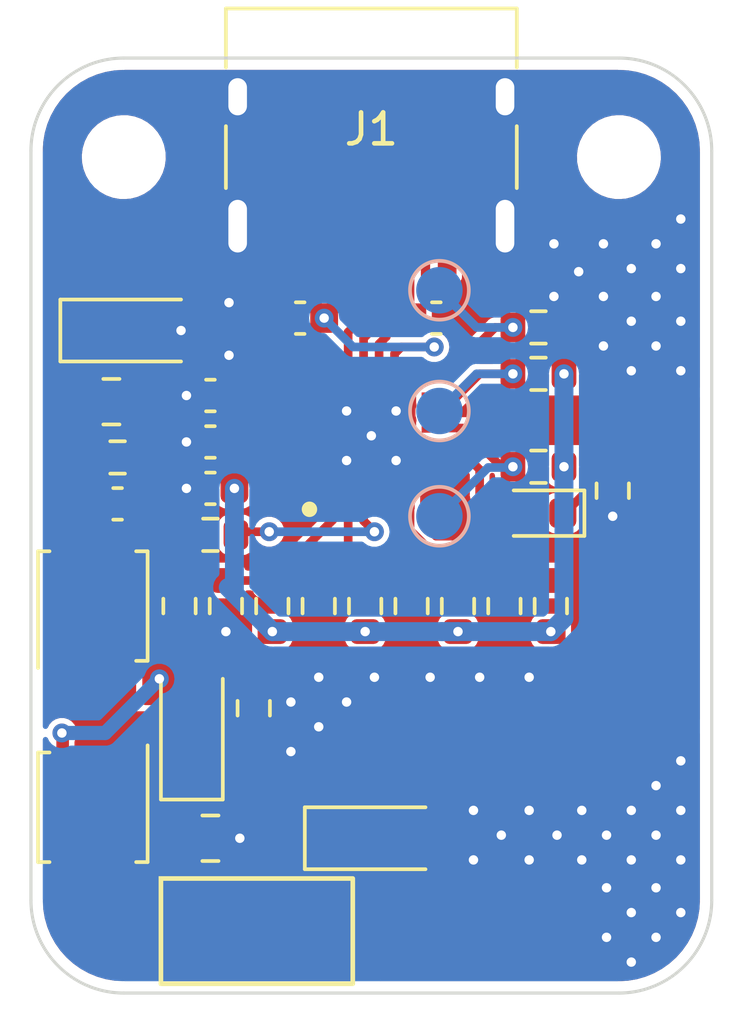
<source format=kicad_pcb>
(kicad_pcb (version 20221018) (generator pcbnew)
  (layers (0 "F.Cu" signal) (31 "B.Cu" signal) (34 "B.Paste" user) (35 "F.Paste" user) (36 "B.SilkS" user "B.Silkscreen") (37 "F.SilkS" user "F.Silkscreen") (38 "B.Mask" user) (39 "F.Mask" user) (44 "Edge.Cuts" user))
  (net 0 "")
  (net 1 "Net-(C1-Pad1)")
  (net 2 "GND")
  (net 3 "/VBUSIN")
  (net 4 "Net-(C3-Pad1)")
  (net 5 "Net-(C4-Pad2)")
  (net 6 "+3V3")
  (net 7 "/VBUSOUT")
  (net 8 "Net-(D2-Pad1)")
  (net 9 "Net-(D2-Pad2)")
  (net 10 "Net-(D3-Pad1)")
  (net 11 "Net-(D3-Pad2)")
  (net 12 "Net-(J1-PadA6)")
  (net 13 "Net-(J1-PadA7)")
  (net 16 "Net-(R1-Pad2)")
  (net 17 "Net-(R3-Pad2)")
  (net 18 "/VBUS_FET_EN")
  (net 19 "Net-(R7-Pad2)")
  (net 20 "Net-(R13-Pad1)")
  (net 21 "Net-(R10-Pad1)")
  (net 22 "Net-(R11-Pad1)")
  (net 23 "Net-(R12-Pad1)")
  (footprint "Resistor_SMD:R_0603_1608Metric" (layer "F.Cu") (at 144.8 68.5 -90)
    (fp_text reference "R9" hide)
    (fp_text value "DNP")
    (fp_line (start -0.237258 -0.5225) (end 0.237258 -0.5225) (stroke (width 0.12)) (layer "F.SilkS"))
    (fp_line (start -0.237258 0.5225) (end 0.237258 0.5225) (stroke (width 0.12)) (layer "F.SilkS"))
    (pad "1" smd roundrect (at -0.825 0 270) (size 0.8 0.95) (layers "F.Cu" "F.Paste" "F.Mask") (net 20 "Net-(R13-Pad1)"))
    (pad "2" smd roundrect (at 0.825 0 270) (size 0.8 0.95) (layers "F.Cu" "F.Paste" "F.Mask") (net 6 "+3V3"))
  )
  (footprint "Resistor_SMD:R_0603_1608Metric" (layer "F.Cu") (at 144.4 61 180)
    (fp_text reference "R3" hide)
    (fp_text value "10K")
    (fp_line (start -0.237258 -0.5225) (end 0.237258 -0.5225) (stroke (width 0.12)) (layer "F.SilkS"))
    (fp_line (start -0.237258 0.5225) (end 0.237258 0.5225) (stroke (width 0.12)) (layer "F.SilkS"))
    (pad "1" smd roundrect (at -0.825 0 180) (size 0.8 0.95) (layers "F.Cu" "F.Paste" "F.Mask") (net 6 "+3V3"))
    (pad "2" smd roundrect (at 0.825 0 180) (size 0.8 0.95) (layers "F.Cu" "F.Paste" "F.Mask") (net 17 "Net-(R3-Pad2)"))
  )
  (footprint "Capacitor_SMD:C_0603_1608Metric" (layer "F.Cu") (at 133.8 64.7 180)
    (fp_text reference "C7" hide)
    (fp_text value "1uF")
    (fp_line (start -0.14058 -0.51) (end 0.14058 -0.51) (stroke (width 0.12)) (layer "F.SilkS"))
    (fp_line (start -0.14058 0.51) (end 0.14058 0.51) (stroke (width 0.12)) (layer "F.SilkS"))
    (pad "1" smd roundrect (at -0.775 0 180) (size 0.9 0.95) (layers "F.Cu" "F.Paste" "F.Mask") (net 6 "+3V3"))
    (pad "2" smd roundrect (at 0.775 0 180) (size 0.9 0.95) (layers "F.Cu" "F.Paste" "F.Mask") (net 2 "GND"))
  )
  (footprint "Resistor_SMD:R_0603_1608Metric" (layer "F.Cu") (at 135.8 68.5 -90)
    (fp_text reference "R12" hide)
    (fp_text value "5.1K")
    (fp_line (start -0.237258 -0.5225) (end 0.237258 -0.5225) (stroke (width 0.12)) (layer "F.SilkS"))
    (fp_line (start -0.237258 0.5225) (end 0.237258 0.5225) (stroke (width 0.12)) (layer "F.SilkS"))
    (pad "1" smd roundrect (at -0.825 0 270) (size 0.8 0.95) (layers "F.Cu" "F.Paste" "F.Mask") (net 23 "Net-(R12-Pad1)"))
    (pad "2" smd roundrect (at 0.825 0 270) (size 0.8 0.95) (layers "F.Cu" "F.Paste" "F.Mask") (net 6 "+3V3"))
  )
  (footprint "Diode_SMD:D_SOD-123" (layer "F.Cu") (at 131.2 59.6)
    (fp_text reference "D1" hide)
    (fp_text value "18V")
    (fp_line (start -2.25 -1) (end -2.25 1) (stroke (width 0.12)) (layer "F.SilkS"))
    (fp_line (start -2.25 -1) (end 1.65 -1) (stroke (width 0.12)) (layer "F.SilkS"))
    (fp_line (start -2.25 1) (end 1.65 1) (stroke (width 0.12)) (layer "F.SilkS"))
    (pad "1" smd rect (at -1.65 0) (size 0.9 1.2) (layers "F.Cu" "F.Paste" "F.Mask") (net 3 "/VBUSIN"))
    (pad "2" smd rect (at 1.65 0) (size 0.9 1.2) (layers "F.Cu" "F.Paste" "F.Mask") (net 2 "GND"))
  )
  (footprint "Resistor_SMD:R_0603_1608Metric" (layer "F.Cu") (at 134.3 68.5 -90)
    (fp_text reference "R16" hide)
    (fp_text value "5.1K")
    (fp_line (start -0.237258 -0.5225) (end 0.237258 -0.5225) (stroke (width 0.12)) (layer "F.SilkS"))
    (fp_line (start -0.237258 0.5225) (end 0.237258 0.5225) (stroke (width 0.12)) (layer "F.SilkS"))
    (pad "1" smd roundrect (at -0.825 0 270) (size 0.8 0.95) (layers "F.Cu" "F.Paste" "F.Mask") (net 23 "Net-(R12-Pad1)"))
    (pad "2" smd roundrect (at 0.825 0 270) (size 0.8 0.95) (layers "F.Cu" "F.Paste" "F.Mask") (net 2 "GND"))
  )
  (footprint "Resistor_SMD:R_0603_1608Metric" (layer "F.Cu") (at 138.8 68.5 -90)
    (fp_text reference "R11" hide)
    (fp_text value "5.1K")
    (fp_line (start -0.237258 -0.5225) (end 0.237258 -0.5225) (stroke (width 0.12)) (layer "F.SilkS"))
    (fp_line (start -0.237258 0.5225) (end 0.237258 0.5225) (stroke (width 0.12)) (layer "F.SilkS"))
    (pad "1" smd roundrect (at -0.825 0 270) (size 0.8 0.95) (layers "F.Cu" "F.Paste" "F.Mask") (net 22 "Net-(R11-Pad1)"))
    (pad "2" smd roundrect (at 0.825 0 270) (size 0.8 0.95) (layers "F.Cu" "F.Paste" "F.Mask") (net 6 "+3V3"))
  )
  (footprint "MountingHole:MountingHole_2.2mm_M2" (layer "F.Cu") (at 131 54)
    (fp_text reference "H2" hide)
    (fp_text value "MountingHole")
    (pad "" np_thru_hole circle (at 0 0) (size 2.2 2.2) (drill 2.2) (layers "*.Cu" "*.Mask"))
  )
  (footprint "Package_SON:Diodes_PowerDI3333-8" (layer "F.Cu") (at 130 75 -90)
    (fp_text reference "Q2" hide)
    (fp_text value "DMP3013SFV")
    (fp_line (start -1.77 1.77) (end -1.77 1.4) (stroke (width 0.12)) (layer "F.SilkS"))
    (fp_line (start -1.77 1.77) (end 1.77 1.77) (stroke (width 0.12)) (layer "F.SilkS"))
    (fp_line (start 1.77 -1.77) (end -2 -1.77) (stroke (width 0.12)) (layer "F.SilkS"))
    (fp_line (start 1.77 -1.77) (end 1.77 -1.4) (stroke (width 0.12)) (layer "F.SilkS"))
    (fp_line (start 1.77 1.77) (end 1.77 1.4) (stroke (width 0.12)) (layer "F.SilkS"))
    (pad "1" smd rect (at -1.5 -0.975 270) (size 0.7 0.42) (layers "F.Cu" "F.Paste" "F.Mask") (net 8 "Net-(D2-Pad1)"))
    (pad "2" smd rect (at -1.5 -0.325 270) (size 0.7 0.42) (layers "F.Cu" "F.Paste" "F.Mask") (net 8 "Net-(D2-Pad1)"))
    (pad "3" smd rect (at -1.5 0.325 270) (size 0.7 0.42) (layers "F.Cu" "F.Paste" "F.Mask") (net 8 "Net-(D2-Pad1)"))
    (pad "4" smd rect (at -1.5 0.975 270) (size 0.7 0.42) (layers "F.Cu" "F.Paste" "F.Mask") (net 9 "Net-(D2-Pad2)"))
    (pad "5" smd custom (at 0.455 0 270) (size 1.71 2.37) (layers "F.Cu" "F.Mask") (net 7 "/VBUSOUT") (options (clearance outline) (anchor rect)) (primitives (gr_poly (pts (xy 1.395 1.185) (xy 0.855 1.185) (xy 0.855 0.765) (xy 1.395 0.765)) (width 0) (fill yes)) (gr_poly (pts (xy 1.395 0.535) (xy 0.855 0.535) (xy 0.855 0.115) (xy 1.395 0.115)) (width 0) (fill yes)) (gr_poly (pts (xy 1.395 -0.115) (xy 0.855 -0.115) (xy 0.855 -0.535) (xy 1.395 -0.535)) (width 0) (fill yes)) (gr_poly (pts (xy 1.395 -0.765) (xy 0.855 -0.765) (xy 0.855 -1.185) (xy 1.395 -1.185)) (width 0) (fill yes))))
  )
  (footprint "Capacitor_SMD:C_0805_2012Metric" (layer "F.Cu") (at 133.8 76)
    (fp_text reference "C9" hide)
    (fp_text value "1uF")
    (fp_line (start -0.261252 -0.735) (end 0.261252 -0.735) (stroke (width 0.12)) (layer "F.SilkS"))
    (fp_line (start -0.261252 0.735) (end 0.261252 0.735) (stroke (width 0.12)) (layer "F.SilkS"))
    (pad "1" smd roundrect (at -0.95 0) (size 1 1.45) (layers "F.Cu" "F.Paste" "F.Mask") (net 7 "/VBUSOUT"))
    (pad "2" smd roundrect (at 0.95 0) (size 1 1.45) (layers "F.Cu" "F.Paste" "F.Mask") (net 2 "GND"))
  )
  (footprint "Capacitor_SMD:C_0603_1608Metric" (layer "F.Cu") (at 136.7 59.2 180)
    (fp_text reference "C1" hide)
    (fp_text value "390pF")
    (fp_line (start -0.14058 -0.51) (end 0.14058 -0.51) (stroke (width 0.12)) (layer "F.SilkS"))
    (fp_line (start -0.14058 0.51) (end 0.14058 0.51) (stroke (width 0.12)) (layer "F.SilkS"))
    (pad "1" smd roundrect (at -0.775 0 180) (size 0.9 0.95) (layers "F.Cu" "F.Paste" "F.Mask") (net 1 "Net-(C1-Pad1)"))
    (pad "2" smd roundrect (at 0.775 0 180) (size 0.9 0.95) (layers "F.Cu" "F.Paste" "F.Mask") (net 2 "GND"))
  )
  (footprint "Diode_SMD:D_SOD-123" (layer "F.Cu") (at 133.2 72.5 90)
    (fp_text reference "D2" hide)
    (fp_text value "15V")
    (fp_line (start -2.25 -1) (end -2.25 1) (stroke (width 0.12)) (layer "F.SilkS"))
    (fp_line (start -2.25 -1) (end 1.65 -1) (stroke (width 0.12)) (layer "F.SilkS"))
    (fp_line (start -2.25 1) (end 1.65 1) (stroke (width 0.12)) (layer "F.SilkS"))
    (pad "1" smd rect (at -1.65 0 90) (size 0.9 1.2) (layers "F.Cu" "F.Paste" "F.Mask") (net 8 "Net-(D2-Pad1)"))
    (pad "2" smd rect (at 1.65 0 90) (size 0.9 1.2) (layers "F.Cu" "F.Paste" "F.Mask") (net 9 "Net-(D2-Pad2)"))
  )
  (footprint "Resistor_SMD:R_0603_1608Metric" (layer "F.Cu") (at 146.8 64.775 -90)
    (fp_text reference "R8" hide)
    (fp_text value "2.4K")
    (fp_line (start -0.237258 -0.5225) (end 0.237258 -0.5225) (stroke (width 0.12)) (layer "F.SilkS"))
    (fp_line (start -0.237258 0.5225) (end 0.237258 0.5225) (stroke (width 0.12)) (layer "F.SilkS"))
    (pad "1" smd roundrect (at -0.825 0 270) (size 0.8 0.95) (layers "F.Cu" "F.Paste" "F.Mask") (net 10 "Net-(D3-Pad1)"))
    (pad "2" smd roundrect (at 0.825 0 270) (size 0.8 0.95) (layers "F.Cu" "F.Paste" "F.Mask") (net 2 "GND"))
  )
  (footprint "Resistor_SMD:R_0603_1608Metric" (layer "F.Cu") (at 135.2 71.8 90)
    (fp_text reference "R6" hide)
    (fp_text value "47K")
    (fp_line (start -0.237258 -0.5225) (end 0.237258 -0.5225) (stroke (width 0.12)) (layer "F.SilkS"))
    (fp_line (start -0.237258 0.5225) (end 0.237258 0.5225) (stroke (width 0.12)) (layer "F.SilkS"))
    (pad "1" smd roundrect (at -0.825 0 90) (size 0.8 0.95) (layers "F.Cu" "F.Paste" "F.Mask") (net 8 "Net-(D2-Pad1)"))
    (pad "2" smd roundrect (at 0.825 0 90) (size 0.8 0.95) (layers "F.Cu" "F.Paste" "F.Mask") (net 9 "Net-(D2-Pad2)"))
  )
  (footprint "Resistor_SMD:R_0603_1608Metric" (layer "F.Cu") (at 133.8 66.2)
    (fp_text reference "R5" hide)
    (fp_text value "1K")
    (fp_line (start -0.237258 -0.5225) (end 0.237258 -0.5225) (stroke (width 0.12)) (layer "F.SilkS"))
    (fp_line (start -0.237258 0.5225) (end 0.237258 0.5225) (stroke (width 0.12)) (layer "F.SilkS"))
    (pad "1" smd roundrect (at -0.825 0) (size 0.8 0.95) (layers "F.Cu" "F.Paste" "F.Mask") (net 5 "Net-(C4-Pad2)"))
    (pad "2" smd roundrect (at 0.825 0) (size 0.8 0.95) (layers "F.Cu" "F.Paste" "F.Mask") (net 18 "/VBUS_FET_EN"))
  )
  (footprint "Capacitor_SMD:C_0603_1608Metric" (layer "F.Cu") (at 141.1 59.2)
    (fp_text reference "C3" hide)
    (fp_text value "390pF")
    (fp_line (start -0.14058 -0.51) (end 0.14058 -0.51) (stroke (width 0.12)) (layer "F.SilkS"))
    (fp_line (start -0.14058 0.51) (end 0.14058 0.51) (stroke (width 0.12)) (layer "F.SilkS"))
    (pad "1" smd roundrect (at -0.775 0) (size 0.9 0.95) (layers "F.Cu" "F.Paste" "F.Mask") (net 4 "Net-(C3-Pad1)"))
    (pad "2" smd roundrect (at 0.775 0) (size 0.9 0.95) (layers "F.Cu" "F.Paste" "F.Mask") (net 2 "GND"))
  )
  (footprint "Connector_USB:USB_C_Receptacle_HRO_TYPE-C-31-M-12" (layer "F.Cu") (at 139 53.1 180)
    (fp_text reference "J1" (at 0 0) (layer "F.SilkS"))
    (fp_text value "USB_C_Receptacle_USB2.0")
    (fp_line (start -4.7 -1.9) (end -4.7 0.1) (stroke (width 0.12)) (layer "F.SilkS"))
    (fp_line (start -4.7 2) (end -4.7 3.9) (stroke (width 0.12)) (layer "F.SilkS"))
    (fp_line (start -4.7 3.9) (end 4.7 3.9) (stroke (width 0.12)) (layer "F.SilkS"))
    (fp_line (start 4.7 -1.9) (end 4.7 0.1) (stroke (width 0.12)) (layer "F.SilkS"))
    (fp_line (start 4.7 2) (end 4.7 3.9) (stroke (width 0.12)) (layer "F.SilkS"))
    (pad "A1" smd rect (at -3.25 -4.045 180) (size 0.6 1.45) (layers "F.Cu" "F.Paste" "F.Mask") (net 2 "GND"))
    (pad "A4" smd rect (at -2.45 -4.045 180) (size 0.6 1.45) (layers "F.Cu" "F.Paste" "F.Mask") (net 3 "/VBUSIN"))
    (pad "A5" smd rect (at -1.25 -4.045 180) (size 0.3 1.45) (layers "F.Cu" "F.Paste" "F.Mask") (net 4 "Net-(C3-Pad1)"))
    (pad "A6" smd rect (at -0.25 -4.045 180) (size 0.3 1.45) (layers "F.Cu" "F.Paste" "F.Mask") (net 12 "Net-(J1-PadA6)"))
    (pad "A7" smd rect (at 0.25 -4.045 180) (size 0.3 1.45) (layers "F.Cu" "F.Paste" "F.Mask") (net 13 "Net-(J1-PadA7)"))
    (pad "A8" smd rect (at 1.25 -4.045 180) (size 0.3 1.45) (layers "F.Cu" "F.Paste" "F.Mask"))
    (pad "A9" smd rect (at 2.45 -4.045 180) (size 0.6 1.45) (layers "F.Cu" "F.Paste" "F.Mask") (net 3 "/VBUSIN"))
    (pad "A12" smd rect (at 3.25 -4.045 180) (size 0.6 1.45) (layers "F.Cu" "F.Paste" "F.Mask") (net 2 "GND"))
    (pad "B1" smd rect (at 3.25 -4.045 180) (size 0.6 1.45) (layers "F.Cu" "F.Paste" "F.Mask") (net 2 "GND"))
    (pad "B4" smd rect (at 2.45 -4.045 180) (size 0.6 1.45) (layers "F.Cu" "F.Paste" "F.Mask") (net 3 "/VBUSIN"))
    (pad "B5" smd rect (at 1.75 -4.045 180) (size 0.3 1.45) (layers "F.Cu" "F.Paste" "F.Mask") (net 1 "Net-(C1-Pad1)"))
    (pad "B6" smd rect (at 0.75 -4.045 180) (size 0.3 1.45) (layers "F.Cu" "F.Paste" "F.Mask") (net 12 "Net-(J1-PadA6)"))
    (pad "B7" smd rect (at -0.75 -4.045 180) (size 0.3 1.45) (layers "F.Cu" "F.Paste" "F.Mask") (net 13 "Net-(J1-PadA7)"))
    (pad "B8" smd rect (at -1.75 -4.045 180) (size 0.3 1.45) (layers "F.Cu" "F.Paste" "F.Mask"))
    (pad "B9" smd rect (at -2.45 -4.045 180) (size 0.6 1.45) (layers "F.Cu" "F.Paste" "F.Mask") (net 3 "/VBUSIN"))
    (pad "B12" smd rect (at -3.25 -4.045 180) (size 0.6 1.45) (layers "F.Cu" "F.Paste" "F.Mask") (net 2 "GND"))
    (pad "S1" thru_hole oval (at -4.32 -3.13 180) (size 1 2.1) (drill oval 0.6 1.7) (layers "*.Cu" "*.Mask") (net 2 "GND"))
    (pad "S1" thru_hole oval (at -4.32 1.05 180) (size 1 1.6) (drill oval 0.6 1.2) (layers "*.Cu" "*.Mask") (net 2 "GND"))
    (pad "S1" thru_hole oval (at 4.32 -3.13 180) (size 1 2.1) (drill oval 0.6 1.7) (layers "*.Cu" "*.Mask") (net 2 "GND"))
    (pad "S1" thru_hole oval (at 4.32 1.05 180) (size 1 1.6) (drill oval 0.6 1.2) (layers "*.Cu" "*.Mask") (net 2 "GND"))
  )
  (footprint "Resistor_SMD:R_0603_1608Metric" (layer "F.Cu") (at 130.8 63.7)
    (fp_text reference "R2" hide)
    (fp_text value "10K")
    (fp_line (start -0.237258 -0.5225) (end 0.237258 -0.5225) (stroke (width 0.12)) (layer "F.SilkS"))
    (fp_line (start -0.237258 0.5225) (end 0.237258 0.5225) (stroke (width 0.12)) (layer "F.SilkS"))
    (pad "1" smd roundrect (at -0.825 0) (size 0.8 0.95) (layers "F.Cu" "F.Paste" "F.Mask") (net 3 "/VBUSIN"))
    (pad "2" smd roundrect (at 0.825 0) (size 0.8 0.95) (layers "F.Cu" "F.Paste" "F.Mask") (net 5 "Net-(C4-Pad2)"))
  )
  (footprint "Capacitor_SMD:C_0603_1608Metric" (layer "F.Cu") (at 133.8 63.2 180)
    (fp_text reference "C5" hide)
    (fp_text value "0.1uF")
    (fp_line (start -0.14058 -0.51) (end 0.14058 -0.51) (stroke (width 0.12)) (layer "F.SilkS"))
    (fp_line (start -0.14058 0.51) (end 0.14058 0.51) (stroke (width 0.12)) (layer "F.SilkS"))
    (pad "1" smd roundrect (at -0.775 0 180) (size 0.9 0.95) (layers "F.Cu" "F.Paste" "F.Mask") (net 6 "+3V3"))
    (pad "2" smd roundrect (at 0.775 0 180) (size 0.9 0.95) (layers "F.Cu" "F.Paste" "F.Mask") (net 2 "GND"))
  )
  (footprint "Resistor_SMD:R_0603_1608Metric" (layer "F.Cu") (at 143.3 68.5 -90)
    (fp_text reference "R13" hide)
    (fp_text value "5.1K")
    (fp_line (start -0.237258 -0.5225) (end 0.237258 -0.5225) (stroke (width 0.12)) (layer "F.SilkS"))
    (fp_line (start -0.237258 0.5225) (end 0.237258 0.5225) (stroke (width 0.12)) (layer "F.SilkS"))
    (pad "1" smd roundrect (at -0.825 0 270) (size 0.8 0.95) (layers "F.Cu" "F.Paste" "F.Mask") (net 20 "Net-(R13-Pad1)"))
    (pad "2" smd roundrect (at 0.825 0 270) (size 0.8 0.95) (layers "F.Cu" "F.Paste" "F.Mask") (net 2 "GND"))
  )
  (footprint "Package_SON:Diodes_PowerDI3333-8" (layer "F.Cu") (at 130 68.5 90)
    (fp_text reference "Q1" hide)
    (fp_text value "DMP3013SFV")
    (fp_line (start -1.77 1.77) (end -1.77 1.4) (stroke (width 0.12)) (layer "F.SilkS"))
    (fp_line (start -1.77 1.77) (end 1.77 1.77) (stroke (width 0.12)) (layer "F.SilkS"))
    (fp_line (start 1.77 -1.77) (end -2 -1.77) (stroke (width 0.12)) (layer "F.SilkS"))
    (fp_line (start 1.77 -1.77) (end 1.77 -1.4) (stroke (width 0.12)) (layer "F.SilkS"))
    (fp_line (start 1.77 1.77) (end 1.77 1.4) (stroke (width 0.12)) (layer "F.SilkS"))
    (pad "1" smd rect (at -1.5 -0.975 90) (size 0.7 0.42) (layers "F.Cu" "F.Paste" "F.Mask") (net 8 "Net-(D2-Pad1)"))
    (pad "2" smd rect (at -1.5 -0.325 90) (size 0.7 0.42) (layers "F.Cu" "F.Paste" "F.Mask") (net 8 "Net-(D2-Pad1)"))
    (pad "3" smd rect (at -1.5 0.325 90) (size 0.7 0.42) (layers "F.Cu" "F.Paste" "F.Mask") (net 8 "Net-(D2-Pad1)"))
    (pad "4" smd rect (at -1.5 0.975 90) (size 0.7 0.42) (layers "F.Cu" "F.Paste" "F.Mask") (net 9 "Net-(D2-Pad2)"))
    (pad "5" smd custom (at 0.455 0 90) (size 1.71 2.37) (layers "F.Cu" "F.Mask") (net 3 "/VBUSIN") (options (clearance outline) (anchor rect)) (primitives (gr_poly (pts (xy 1.395 1.185) (xy 0.855 1.185) (xy 0.855 0.765) (xy 1.395 0.765)) (width 0) (fill yes)) (gr_poly (pts (xy 1.395 0.535) (xy 0.855 0.535) (xy 0.855 0.115) (xy 1.395 0.115)) (width 0) (fill yes)) (gr_poly (pts (xy 1.395 -0.115) (xy 0.855 -0.115) (xy 0.855 -0.535) (xy 1.395 -0.535)) (width 0) (fill yes)) (gr_poly (pts (xy 1.395 -0.765) (xy 0.855 -0.765) (xy 0.855 -1.185) (xy 1.395 -1.185)) (width 0) (fill yes))))
  )
  (footprint "Resistor_SMD:R_0603_1608Metric" (layer "F.Cu") (at 137.3 68.5 -90)
    (fp_text reference "R15" hide)
    (fp_text value "5.1K")
    (fp_line (start -0.237258 -0.5225) (end 0.237258 -0.5225) (stroke (width 0.12)) (layer "F.SilkS"))
    (fp_line (start -0.237258 0.5225) (end 0.237258 0.5225) (stroke (width 0.12)) (layer "F.SilkS"))
    (pad "1" smd roundrect (at -0.825 0 270) (size 0.8 0.95) (layers "F.Cu" "F.Paste" "F.Mask") (net 22 "Net-(R11-Pad1)"))
    (pad "2" smd roundrect (at 0.825 0 270) (size 0.8 0.95) (layers "F.Cu" "F.Paste" "F.Mask") (net 2 "GND"))
  )
  (footprint "Capacitor_SMD:C_0603_1608Metric" (layer "F.Cu") (at 130.8 65.2)
    (fp_text reference "C4" hide)
    (fp_text value "1uF")
    (fp_line (start -0.14058 -0.51) (end 0.14058 -0.51) (stroke (width 0.12)) (layer "F.SilkS"))
    (fp_line (start -0.14058 0.51) (end 0.14058 0.51) (stroke (width 0.12)) (layer "F.SilkS"))
    (pad "1" smd roundrect (at -0.775 0) (size 0.9 0.95) (layers "F.Cu" "F.Paste" "F.Mask") (net 3 "/VBUSIN"))
    (pad "2" smd roundrect (at 0.775 0) (size 0.9 0.95) (layers "F.Cu" "F.Paste" "F.Mask") (net 5 "Net-(C4-Pad2)"))
  )
  (footprint "Resistor_SMD:R_0603_1608Metric" (layer "F.Cu") (at 144.4 59.5 180)
    (fp_text reference "R1" hide)
    (fp_text value "10K")
    (fp_line (start -0.237258 -0.5225) (end 0.237258 -0.5225) (stroke (width 0.12)) (layer "F.SilkS"))
    (fp_line (start -0.237258 0.5225) (end 0.237258 0.5225) (stroke (width 0.12)) (layer "F.SilkS"))
    (pad "1" smd roundrect (at -0.825 0 180) (size 0.8 0.95) (layers "F.Cu" "F.Paste" "F.Mask") (net 6 "+3V3"))
    (pad "2" smd roundrect (at 0.825 0 180) (size 0.8 0.95) (layers "F.Cu" "F.Paste" "F.Mask") (net 16 "Net-(R1-Pad2)"))
  )
  (footprint "Capacitor_SMD:C_0603_1608Metric" (layer "F.Cu") (at 133.8 61.7 180)
    (fp_text reference "C6" hide)
    (fp_text value "0.1uF")
    (fp_line (start -0.14058 -0.51) (end 0.14058 -0.51) (stroke (width 0.12)) (layer "F.SilkS"))
    (fp_line (start -0.14058 0.51) (end 0.14058 0.51) (stroke (width 0.12)) (layer "F.SilkS"))
    (pad "1" smd roundrect (at -0.775 0 180) (size 0.9 0.95) (layers "F.Cu" "F.Paste" "F.Mask") (net 6 "+3V3"))
    (pad "2" smd roundrect (at 0.775 0 180) (size 0.9 0.95) (layers "F.Cu" "F.Paste" "F.Mask") (net 2 "GND"))
  )
  (footprint "Diode_SMD:D_SOD-123" (layer "F.Cu") (at 139.1 76)
    (fp_text reference "D4" hide)
    (fp_text value "18V")
    (fp_line (start -2.25 -1) (end -2.25 1) (stroke (width 0.12)) (layer "F.SilkS"))
    (fp_line (start -2.25 -1) (end 1.65 -1) (stroke (width 0.12)) (layer "F.SilkS"))
    (fp_line (start -2.25 1) (end 1.65 1) (stroke (width 0.12)) (layer "F.SilkS"))
    (pad "1" smd rect (at -1.65 0) (size 0.9 1.2) (layers "F.Cu" "F.Paste" "F.Mask") (net 7 "/VBUSOUT"))
    (pad "2" smd rect (at 1.65 0) (size 0.9 1.2) (layers "F.Cu" "F.Paste" "F.Mask") (net 2 "GND"))
  )
  (footprint "LED_SMD:LED_0603_1608Metric" (layer "F.Cu") (at 144.4 65.5 180)
    (fp_text reference "D3" hide)
    (fp_text value "Red")
    (fp_line (start -1.485 -0.735) (end -1.485 0.735) (stroke (width 0.12)) (layer "F.SilkS"))
    (fp_line (start -1.485 0.735) (end 0.8 0.735) (stroke (width 0.12)) (layer "F.SilkS"))
    (fp_line (start 0.8 -0.735) (end -1.485 -0.735) (stroke (width 0.12)) (layer "F.SilkS"))
    (pad "1" smd roundrect (at -0.7875 0 180) (size 0.875 0.95) (layers "F.Cu" "F.Paste" "F.Mask") (net 10 "Net-(D3-Pad1)"))
    (pad "2" smd roundrect (at 0.7875 0 180) (size 0.875 0.95) (layers "F.Cu" "F.Paste" "F.Mask") (net 11 "Net-(D3-Pad2)"))
  )
  (footprint "Resistor_SMD:R_0603_1608Metric" (layer "F.Cu") (at 141.8 68.5 -90)
    (fp_text reference "R10" hide)
    (fp_text value "5.1K")
    (fp_line (start -0.237258 -0.5225) (end 0.237258 -0.5225) (stroke (width 0.12)) (layer "F.SilkS"))
    (fp_line (start -0.237258 0.5225) (end 0.237258 0.5225) (stroke (width 0.12)) (layer "F.SilkS"))
    (pad "1" smd roundrect (at -0.825 0 270) (size 0.8 0.95) (layers "F.Cu" "F.Paste" "F.Mask") (net 21 "Net-(R10-Pad1)"))
    (pad "2" smd roundrect (at 0.825 0 270) (size 0.8 0.95) (layers "F.Cu" "F.Paste" "F.Mask") (net 6 "+3V3"))
  )
  (footprint "MountingHole:MountingHole_2.2mm_M2" (layer "F.Cu") (at 147 54)
    (fp_text reference "H1" hide)
    (fp_text value "MountingHole")
    (pad "" np_thru_hole circle (at 0 0) (size 2.2 2.2) (drill 2.2) (layers "*.Cu" "*.Mask"))
  )
  (footprint "Capacitor_SMD:C_0805_2012Metric" (layer "F.Cu") (at 130.6 61.9)
    (fp_text reference "C2" hide)
    (fp_text value "3.3uF")
    (fp_line (start -0.261252 -0.735) (end 0.261252 -0.735) (stroke (width 0.12)) (layer "F.SilkS"))
    (fp_line (start -0.261252 0.735) (end 0.261252 0.735) (stroke (width 0.12)) (layer "F.SilkS"))
    (pad "1" smd roundrect (at -0.95 0) (size 1 1.45) (layers "F.Cu" "F.Paste" "F.Mask") (net 3 "/VBUSIN"))
    (pad "2" smd roundrect (at 0.95 0) (size 1 1.45) (layers "F.Cu" "F.Paste" "F.Mask") (net 2 "GND"))
  )
  (footprint "Resistor_SMD:R_0603_1608Metric" (layer "F.Cu") (at 140.3 68.5 -90)
    (fp_text reference "R14" hide)
    (fp_text value "5.1K")
    (fp_line (start -0.237258 -0.5225) (end 0.237258 -0.5225) (stroke (width 0.12)) (layer "F.SilkS"))
    (fp_line (start -0.237258 0.5225) (end 0.237258 0.5225) (stroke (width 0.12)) (layer "F.SilkS"))
    (pad "1" smd roundrect (at -0.825 0 270) (size 0.8 0.95) (layers "F.Cu" "F.Paste" "F.Mask") (net 21 "Net-(R10-Pad1)"))
    (pad "2" smd roundrect (at 0.825 0 270) (size 0.8 0.95) (layers "F.Cu" "F.Paste" "F.Mask") (net 2 "GND"))
  )
  (footprint "Resistor_SMD:R_0603_1608Metric" (layer "F.Cu") (at 144.4 64 180)
    (fp_text reference "R7" hide)
    (fp_text value "10K")
    (fp_line (start -0.237258 -0.5225) (end 0.237258 -0.5225) (stroke (width 0.12)) (layer "F.SilkS"))
    (fp_line (start -0.237258 0.5225) (end 0.237258 0.5225) (stroke (width 0.12)) (layer "F.SilkS"))
    (pad "1" smd roundrect (at -0.825 0 180) (size 0.8 0.95) (layers "F.Cu" "F.Paste" "F.Mask") (net 6 "+3V3"))
    (pad "2" smd roundrect (at 0.825 0 180) (size 0.8 0.95) (layers "F.Cu" "F.Paste" "F.Mask") (net 19 "Net-(R7-Pad2)"))
  )
  (footprint "Resistor_SMD:R_0603_1608Metric" (layer "F.Cu") (at 132.8 68.5 90)
    (fp_text reference "R4" hide)
    (fp_text value "0R")
    (fp_line (start -0.237258 -0.5225) (end 0.237258 -0.5225) (stroke (width 0.12)) (layer "F.SilkS"))
    (fp_line (start -0.237258 0.5225) (end 0.237258 0.5225) (stroke (width 0.12)) (layer "F.SilkS"))
    (pad "1" smd roundrect (at -0.825 0 90) (size 0.8 0.95) (layers "F.Cu" "F.Paste" "F.Mask") (net 9 "Net-(D2-Pad2)"))
    (pad "2" smd roundrect (at 0.825 0 90) (size 0.8 0.95) (layers "F.Cu" "F.Paste" "F.Mask") (net 5 "Net-(C4-Pad2)"))
  )
  (footprint "USB-PD:QFN50P400X400X60-25N-D" (layer "F.Cu") (at 139 63 90)
    (fp_text reference "U1" hide)
    (fp_text value "CYPD3177" hide)
    (fp_circle (center -2.375 -2) (end -2.375 -1.875) (stroke (width 0.25)) (fill none) (layer "F.SilkS"))
    (pad "1" smd rect (at -2 -1.25 180) (size 0.3 0.75) (layers "F.Cu" "F.Paste" "F.Mask") (net 23 "Net-(R12-Pad1)"))
    (pad "2" smd rect (at -2 -0.75 180) (size 0.3 0.75) (layers "F.Cu" "F.Paste" "F.Mask") (net 22 "Net-(R11-Pad1)"))
    (pad "3" smd rect (at -2 -0.25 180) (size 0.3 0.75) (layers "F.Cu" "F.Paste" "F.Mask") (net 18 "/VBUS_FET_EN"))
    (pad "4" smd rect (at -2 0.25 180) (size 0.3 0.75) (layers "F.Cu" "F.Paste" "F.Mask"))
    (pad "5" smd rect (at -2 0.75 180) (size 0.3 0.75) (layers "F.Cu" "F.Paste" "F.Mask") (net 21 "Net-(R10-Pad1)"))
    (pad "6" smd rect (at -2 1.25 180) (size 0.3 0.75) (layers "F.Cu" "F.Paste" "F.Mask") (net 20 "Net-(R13-Pad1)"))
    (pad "7" smd rect (at -1.25 2 90) (size 0.3 0.75) (layers "F.Cu" "F.Paste" "F.Mask"))
    (pad "8" smd rect (at -0.75 2 90) (size 0.3 0.75) (layers "F.Cu" "F.Paste" "F.Mask"))
    (pad "9" smd rect (at -0.25 2 90) (size 0.3 0.75) (layers "F.Cu" "F.Paste" "F.Mask") (net 11 "Net-(D3-Pad2)"))
    (pad "10" smd rect (at 0.25 2 90) (size 0.3 0.75) (layers "F.Cu" "F.Paste" "F.Mask") (net 19 "Net-(R7-Pad2)"))
    (pad "11" smd rect (at 0.75 2 90) (size 0.3 0.75) (layers "F.Cu" "F.Paste" "F.Mask") (net 7 "/VBUSOUT"))
    (pad "12" smd rect (at 1.25 2 90) (size 0.3 0.75) (layers "F.Cu" "F.Paste" "F.Mask") (net 17 "Net-(R3-Pad2)"))
    (pad "13" smd rect (at 2 1.25 180) (size 0.3 0.75) (layers "F.Cu" "F.Paste" "F.Mask") (net 16 "Net-(R1-Pad2)"))
    (pad "14" smd rect (at 2 0.75 180) (size 0.3 0.75) (layers "F.Cu" "F.Paste" "F.Mask") (net 1 "Net-(C1-Pad1)"))
    (pad "15" smd rect (at 2 0.25 180) (size 0.3 0.75) (layers "F.Cu" "F.Paste" "F.Mask") (net 4 "Net-(C3-Pad1)"))
    (pad "16" smd rect (at 2 -0.25 180) (size 0.3 0.75) (layers "F.Cu" "F.Paste" "F.Mask") (net 13 "Net-(J1-PadA7)"))
    (pad "17" smd rect (at 2 -0.75 180) (size 0.3 0.75) (layers "F.Cu" "F.Paste" "F.Mask") (net 12 "Net-(J1-PadA6)"))
    (pad "18" smd rect (at 2 -1.25 180) (size 0.3 0.75) (layers "F.Cu" "F.Paste" "F.Mask") (net 3 "/VBUSIN"))
    (pad "19" smd rect (at 1.25 -2 90) (size 0.3 0.75) (layers "F.Cu" "F.Paste" "F.Mask") (net 2 "GND"))
    (pad "20" smd rect (at 0.75 -2 90) (size 0.3 0.75) (layers "F.Cu" "F.Paste" "F.Mask"))
    (pad "21" smd rect (at 0.25 -2 90) (size 0.3 0.75) (layers "F.Cu" "F.Paste" "F.Mask"))
    (pad "22" smd rect (at -0.25 -2 90) (size 0.3 0.75) (layers "F.Cu" "F.Paste" "F.Mask") (net 2 "GND"))
    (pad "23" smd rect (at -0.75 -2 90) (size 0.3 0.75) (layers "F.Cu" "F.Paste" "F.Mask") (net 6 "+3V3"))
    (pad "24" smd rect (at -1.25 -2 90) (size 0.3 0.75) (layers "F.Cu" "F.Paste" "F.Mask"))
    (pad "25" smd rect (at 0 0 90) (size 2.85 2.85) (layers "F.Cu" "F.Paste" "F.Mask") (net 2 "GND"))
  )
  (footprint "TestPoint:TestPoint_Pad_D1.5mm" (layer "B.Cu") (at 141.2 58.3 180)
    (fp_text reference "TP1" hide)
    (fp_text value "SCL")
    (fp_circle (center 0 0) (end 0 -0.95) (stroke (width 0.12)) (fill none) (layer "B.SilkS"))
    (pad "1" smd circle (at 0 0 180) (size 1.5 1.5) (layers "B.Cu" "B.Mask") (net 16 "Net-(R1-Pad2)"))
  )
  (footprint "TestPoint:TestPoint_Pad_D1.5mm" (layer "B.Cu") (at 141.2 62.2 180)
    (fp_text reference "TP2" hide)
    (fp_text value "SDA")
    (fp_circle (center 0 0) (end 0 -0.95) (stroke (width 0.12)) (fill none) (layer "B.SilkS"))
    (pad "1" smd circle (at 0 0 180) (size 1.5 1.5) (layers "B.Cu" "B.Mask") (net 17 "Net-(R3-Pad2)"))
  )
  (footprint "TestPoint:TestPoint_Pad_D1.5mm" (layer "B.Cu") (at 141.2 65.6)
    (fp_text reference "TP3" hide)
    (fp_text value "FLIP")
    (fp_circle (center 0 0) (end 0 -0.95) (stroke (width 0.12)) (fill none) (layer "B.SilkS"))
    (pad "1" smd circle (at 0 0) (size 1.5 1.5) (layers "B.Cu" "B.Mask") (net 19 "Net-(R7-Pad2)"))
  )
  (gr_rect (start 132.2 77.3) (end 138.4 80.7) (stroke (width 0.15)) (fill none) (layer "F.SilkS"))
  (gr_line (start 131 50.8) (end 147 50.8) (stroke (width 0.1)) (layer "Edge.Cuts"))
  (gr_line (start 150 53.8) (end 150 78) (stroke (width 0.1)) (layer "Edge.Cuts"))
  (gr_arc (start 147 50.8) (mid 149.12132 51.67868) (end 150 53.8) (stroke (width 0.1)) (layer "Edge.Cuts"))
  (gr_line (start 147 81) (end 131 81) (stroke (width 0.1)) (layer "Edge.Cuts"))
  (gr_line (start 128 78) (end 128 53.8) (stroke (width 0.1)) (layer "Edge.Cuts"))
  (gr_arc (start 128 53.8) (mid 128.87868 51.67868) (end 131 50.8) (stroke (width 0.1)) (layer "Edge.Cuts"))
  (gr_arc (start 150 78) (mid 149.12132 80.12132) (end 147 81) (stroke (width 0.1)) (layer "Edge.Cuts"))
  (gr_arc (start 131 81) (mid 128.87868 80.12132) (end 128 78) (stroke (width 0.1)) (layer "Edge.Cuts"))
  (segment (start 139.9675 60.1325) (end 139.75 60.35) (width 0.2794) (layer "F.Cu") (net 1))
  (segment (start 139.75 60.35) (end 139.75 61) (width 0.2794) (layer "F.Cu") (net 1))
  (segment (start 141.0325 60.1325) (end 139.9675 60.1325) (width 0.2794) (layer "F.Cu") (net 1))
  (segment (start 137.25 57.145) (end 137.25 58.975) (width 0.2794) (layer "F.Cu") (net 1))
  (via (at 141.0325 60.1325) (size 0.6096) (drill 0.3048) (layers "F.Cu" "B.Cu") (net 1))
  (via (at 137.475 59.2) (size 0.6096) (drill 0.3048) (layers "F.Cu" "B.Cu") (net 1))
  (segment (start 141.0325 60.1325) (end 138.4075 60.1325) (width 0.2794) (layer "B.Cu") (net 1))
  (segment (start 138.4075 60.1325) (end 137.475 59.2) (width 0.2794) (layer "B.Cu") (net 1))
  (via (at 147.4 75.1) (size 0.6096) (drill 0.3048) (layers "F.Cu" "B.Cu") (net 2))
  (via (at 139.8 63.8) (size 0.6096) (drill 0.3048) (layers "F.Cu" "B.Cu") (net 2))
  (via (at 145.8 76.7) (size 0.6096) (drill 0.3048) (layers "F.Cu" "B.Cu") (net 2))
  (via (at 145.8 75.1) (size 0.6096) (drill 0.3048) (layers "F.Cu" "B.Cu") (net 2))
  (via (at 144.9 56.8) (size 0.6096) (drill 0.3048) (layers "F.Cu" "B.Cu") (net 2))
  (via (at 148.2 60.1) (size 0.6096) (drill 0.3048) (layers "F.Cu" "B.Cu") (net 2))
  (via (at 145 75.9) (size 0.6096) (drill 0.3048) (layers "F.Cu" "B.Cu") (net 2))
  (via (at 146.6 75.9) (size 0.6096) (drill 0.3048) (layers "F.Cu" "B.Cu") (net 2))
  (via (at 137.3 70.8) (size 0.6096) (drill 0.3048) (layers "F.Cu" "B.Cu") (net 2))
  (via (at 140.9 70.8) (size 0.6096) (drill 0.3048) (layers "F.Cu" "B.Cu") (net 2))
  (via (at 136.4 71.6) (size 0.6096) (drill 0.3048) (layers "F.Cu" "B.Cu") (net 2))
  (via (at 138.2 71.6) (size 0.6096) (drill 0.3048) (layers "F.Cu" "B.Cu") (net 2))
  (via (at 147.4 57.6) (size 0.6096) (drill 0.3048) (layers "F.Cu" "B.Cu") (net 2))
  (via (at 144.1 75.1) (size 0.6096) (drill 0.3048) (layers "F.Cu" "B.Cu") (net 2))
  (via (at 146.5 56.8) (size 0.6096) (drill 0.3048) (layers "F.Cu" "B.Cu") (net 2))
  (via (at 138.2 63.8) (size 0.6096) (drill 0.3048) (layers "F.Cu" "B.Cu") (net 2))
  (via (at 142.3 75.1) (size 0.6096) (drill 0.3048) (layers "F.Cu" "B.Cu") (net 2))
  (via (at 133.025 61.7) (size 0.6096) (drill 0.3048) (layers "F.Cu" "B.Cu") (net 2))
  (via (at 148.2 74.3) (size 0.6096) (drill 0.3048) (layers "F.Cu" "B.Cu") (net 2))
  (via (at 134.4 60.4) (size 0.6096) (drill 0.3048) (layers "F.Cu" "B.Cu") (net 2))
  (via (at 148.2 58.5) (size 0.6096) (drill 0.3048) (layers "F.Cu" "B.Cu") (net 2))
  (via (at 147.4 60.9) (size 0.6096) (drill 0.3048) (layers "F.Cu" "B.Cu") (net 2))
  (via (at 134.75 76) (size 0.6096) (drill 0.3048) (layers "F.Cu" "B.Cu") (net 2))
  (via (at 149 76.7) (size 0.6096) (drill 0.3048) (layers "F.Cu" "B.Cu") (net 2))
  (via (at 147.4 80) (size 0.6096) (drill 0.3048) (layers "F.Cu" "B.Cu") (net 2))
  (via (at 144.9 58.5) (size 0.6096) (drill 0.3048) (layers "F.Cu" "B.Cu") (net 2))
  (via (at 143.2 75.9) (size 0.6096) (drill 0.3048) (layers "F.Cu" "B.Cu") (net 2))
  (via (at 146.6 79.2) (size 0.6096) (drill 0.3048) (layers "F.Cu" "B.Cu") (net 2))
  (via (at 147.4 59.3) (size 0.6096) (drill 0.3048) (layers "F.Cu" "B.Cu") (net 2))
  (via (at 134.3 69.325) (size 0.6096) (drill 0.3048) (layers "F.Cu" "B.Cu") (net 2))
  (via (at 149 56) (size 0.6096) (drill 0.3048) (layers "F.Cu" "B.Cu") (net 2))
  (via (at 139.8 62.2) (size 0.6096) (drill 0.3048) (layers "F.Cu" "B.Cu") (net 2))
  (via (at 149 78.4) (size 0.6096) (drill 0.3048) (layers "F.Cu" "B.Cu") (net 2))
  (via (at 138.2 62.2) (size 0.6096) (drill 0.3048) (layers "F.Cu" "B.Cu") (net 2))
  (via (at 147.4 76.7) (size 0.6096) (drill 0.3048) (layers "F.Cu" "B.Cu") (net 2))
  (via (at 146.6 77.6) (size 0.6096) (drill 0.3048) (layers "F.Cu" "B.Cu") (net 2))
  (via (at 149 57.6) (size 0.6096) (drill 0.3048) (layers "F.Cu" "B.Cu") (net 2))
  (via (at 142.3 76.7) (size 0.6096) (drill 0.3048) (layers "F.Cu" "B.Cu") (net 2))
  (via (at 148.2 77.6) (size 0.6096) (drill 0.3048) (layers "F.Cu" "B.Cu") (net 2))
  (via (at 132.85 59.6) (size 0.6096) (drill 0.3048) (layers "F.Cu" "B.Cu") (net 2))
  (via (at 133.025 64.7) (size 0.6096) (drill 0.3048) (layers "F.Cu" "B.Cu") (net 2))
  (via (at 147.4 78.4) (size 0.6096) (drill 0.3048) (layers "F.Cu" "B.Cu") (net 2))
  (via (at 144.1 76.7) (size 0.6096) (drill 0.3048) (layers "F.Cu" "B.Cu") (net 2))
  (via (at 139 63) (size 0.6096) (drill 0.3048) (layers "F.Cu" "B.Cu") (net 2))
  (via (at 139.1 70.8) (size 0.6096) (drill 0.3048) (layers "F.Cu" "B.Cu") (net 2))
  (via (at 144.1 70.8) (size 0.6096) (drill 0.3048) (layers "F.Cu" "B.Cu") (net 2))
  (via (at 148.2 56.8) (size 0.6096) (drill 0.3048) (layers "F.Cu" "B.Cu") (net 2))
  (via (at 146.5 58.5) (size 0.6096) (drill 0.3048) (layers "F.Cu" "B.Cu") (net 2))
  (via (at 149 73.5) (size 0.6096) (drill 0.3048) (layers "F.Cu" "B.Cu") (net 2))
  (via (at 148.2 75.9) (size 0.6096) (drill 0.3048) (layers "F.Cu" "B.Cu") (net 2))
  (via (at 136.4 73.2) (size 0.6096) (drill 0.3048) (layers "F.Cu" "B.Cu") (net 2))
  (via (at 146.5 60.1) (size 0.6096) (drill 0.3048) (layers "F.Cu" "B.Cu") (net 2))
  (via (at 149 59.3) (size 0.6096) (drill 0.3048) (layers "F.Cu" "B.Cu") (net 2))
  (via (at 145.7 57.7) (size 0.6096) (drill 0.3048) (layers "F.Cu" "B.Cu") (net 2))
  (via (at 146.8 65.6) (size 0.6096) (drill 0.3048) (layers "F.Cu" "B.Cu") (net 2))
  (via (at 142.5 70.8) (size 0.6096) (drill 0.3048) (layers "F.Cu" "B.Cu") (net 2))
  (via (at 137.3 72.4) (size 0.6096) (drill 0.3048) (layers "F.Cu" "B.Cu") (net 2))
  (via (at 134.4 58.7) (size 0.6096) (drill 0.3048) (layers "F.Cu" "B.Cu") (net 2))
  (via (at 149 75.1) (size 0.6096) (drill 0.3048) (layers "F.Cu" "B.Cu") (net 2))
  (via (at 133.025 63.2) (size 0.6096) (drill 0.3048) (layers "F.Cu" "B.Cu") (net 2))
  (via (at 148.2 79.2) (size 0.6096) (drill 0.3048) (layers "F.Cu" "B.Cu") (net 2))
  (via (at 149 60.9) (size 0.6096) (drill 0.3048) (layers "F.Cu" "B.Cu") (net 2))
  (segment (start 139.25 61) (end 139.25 60.0325) (width 0.2794) (layer "F.Cu") (net 4))
  (segment (start 139.4826 59.5174) (end 139.8 59.2) (width 0.2794) (layer "F.Cu") (net 4))
  (segment (start 139.4826 59.7999) (end 139.4826 59.5174) (width 0.2794) (layer "F.Cu") (net 4))
  (segment (start 139.8 59.2) (end 140.325 59.2) (width 0.2794) (layer "F.Cu") (net 4))
  (segment (start 139.25 60.0325) (end 139.4826 59.7999) (width 0.2794) (layer "F.Cu") (net 4))
  (segment (start 140.25 57.145) (end 140.25 59.125) (width 0.2794) (layer "F.Cu") (net 4))
  (segment (start 132.575 66.2) (end 131.625 65.25) (width 0.2794) (layer "F.Cu") (net 5))
  (segment (start 132.975 66.2) (end 132.575 66.2) (width 0.2794) (layer "F.Cu") (net 5))
  (segment (start 131.625 65.25) (end 131.625 63.7) (width 0.2794) (layer "F.Cu") (net 5))
  (segment (start 132.975 67.45) (end 132.975 66.2) (width 0.2794) (layer "F.Cu") (net 5))
  (segment (start 132.775 67.65) (end 132.975 67.45) (width 0.2794) (layer "F.Cu") (net 5))
  (segment (start 137 63.75) (end 134.575 63.75) (width 0.3048) (layer "F.Cu") (net 6))
  (segment (start 134.575 63.725) (end 134.575 64.7) (width 0.4572) (layer "F.Cu") (net 6))
  (segment (start 134.575 61.7) (end 134.575 63.725) (width 0.4572) (layer "F.Cu") (net 6))
  (segment (start 145.225 59.5) (end 145.225 61) (width 0.4572) (layer "F.Cu") (net 6))
  (segment (start 134.575 63.75) (end 134.575 64.7) (width 0.3048) (layer "F.Cu") (net 6))
  (via (at 134.575 64.7) (size 0.6096) (drill 0.3048) (layers "F.Cu" "B.Cu") (net 6))
  (via (at 141.8 69.325) (size 0.6096) (drill 0.3048) (layers "F.Cu" "B.Cu") (net 6))
  (via (at 145.225 64) (size 0.6096) (drill 0.3048) (layers "F.Cu" "B.Cu") (net 6))
  (via (at 145.225 61) (size 0.6096) (drill 0.3048) (layers "F.Cu" "B.Cu") (net 6))
  (via (at 144.8 69.325) (size 0.6096) (drill 0.3048) (layers "F.Cu" "B.Cu") (net 6))
  (via (at 135.8 69.325) (size 0.6096) (drill 0.3048) (layers "F.Cu" "B.Cu") (net 6))
  (via (at 138.8 69.325) (size 0.6096) (drill 0.3048) (layers "F.Cu" "B.Cu") (net 6))
  (segment (start 145.225 65.125) (end 145.225 61) (width 0.6096) (layer "B.Cu") (net 6))
  (segment (start 141.275 69.325) (end 144.8 69.325) (width 0.6096) (layer "B.Cu") (net 6))
  (segment (start 134.375 67.9) (end 135.8 69.325) (width 0.6096) (layer "B.Cu") (net 6))
  (segment (start 138.8 69.325) (end 141.275 69.325) (width 0.6096) (layer "B.Cu") (net 6))
  (segment (start 135.8 69.325) (end 138.8 69.325) (width 0.6096) (layer "B.Cu") (net 6))
  (segment (start 134.575 64.7) (end 134.575 68) (width 0.6096) (layer "B.Cu") (net 6))
  (segment (start 145.225 68.9) (end 145.225 65.125) (width 0.6096) (layer "B.Cu") (net 6))
  (segment (start 144.8 69.325) (end 145.225 68.9) (width 0.6096) (layer "B.Cu") (net 6))
  (segment (start 141.275 69.325) (end 141.8 69.325) (width 0.6096) (layer "B.Cu") (net 6))
  (segment (start 129.025 72.625) (end 129 72.6) (width 0.381) (layer "F.Cu") (net 9))
  (segment (start 129.025 73.5) (end 129.025 72.625) (width 0.4064) (layer "F.Cu") (net 9))
  (via (at 129 72.6) (size 0.6096) (drill 0.3048) (layers "F.Cu" "B.Cu") (net 9))
  (via (at 132.15 70.85) (size 0.6096) (drill 0.3048) (layers "F.Cu" "B.Cu") (net 9))
  (segment (start 130.4 72.6) (end 132.15 70.85) (width 0.4572) (layer "B.Cu") (net 9))
  (segment (start 129 72.6) (end 130.4 72.6) (width 0.4572) (layer "B.Cu") (net 9))
  (segment (start 145.25 65.5) (end 146.8 63.95) (width 0.2794) (layer "F.Cu") (net 10))
  (segment (start 142.5 64.9) (end 143.1 65.5) (width 0.2794) (layer "F.Cu") (net 11))
  (segment (start 141.66585 63.2571) (end 142.5 64.09125) (width 0.2794) (layer "F.Cu") (net 11))
  (segment (start 143.1 65.5) (end 143.6125 65.5) (width 0.2794) (layer "F.Cu") (net 11))
  (segment (start 141.0071 63.2571) (end 141.66585 63.2571) (width 0.2794) (layer "F.Cu") (net 11))
  (segment (start 142.5 64.09125) (end 142.5 64.9) (width 0.2794) (layer "F.Cu") (net 11))
  (segment (start 139.25 57.145) (end 139.25 56.05) (width 0.2794) (layer "F.Cu") (net 12))
  (segment (start 138.4 59.5) (end 138.4 58.5383) (width 0.2794) (layer "F.Cu") (net 12))
  (segment (start 139.25 56.05) (end 139 55.8) (width 0.2794) (layer "F.Cu") (net 12))
  (segment (start 138.25 59.65) (end 138.4 59.5) (width 0.2794) (layer "F.Cu") (net 12))
  (segment (start 138.5 55.8) (end 138.25 56.05) (width 0.2794) (layer "F.Cu") (net 12))
  (segment (start 138.4 58.5383) (end 138.25 58.3883) (width 0.2794) (layer "F.Cu") (net 12))
  (segment (start 139 55.8) (end 138.5 55.8) (width 0.2794) (layer "F.Cu") (net 12))
  (segment (start 138.25 58.3883) (end 138.25 57.145) (width 0.2794) (layer "F.Cu") (net 12))
  (segment (start 138.25 61) (end 138.25 59.65) (width 0.2794) (layer "F.Cu") (net 12))
  (segment (start 138.25 56.05) (end 138.25 57.145) (width 0.2794) (layer "F.Cu") (net 12))
  (segment (start 138.75 61) (end 138.75 59.85) (width 0.2794) (layer "F.Cu") (net 13))
  (segment (start 139 58.4558) (end 138.8721 58.3279) (width 0.2794) (layer "F.Cu") (net 13))
  (segment (start 138.75 58.2058) (end 138.8721 58.3279) (width 0.2794) (layer "F.Cu") (net 13))
  (segment (start 138.75 57.145) (end 138.75 58.2058) (width 0.2794) (layer "F.Cu") (net 13))
  (segment (start 138.75 59.85) (end 139 59.6) (width 0.2794) (layer "F.Cu") (net 13))
  (segment (start 139.75 58.15) (end 139.75 57.145) (width 0.2794) (layer "F.Cu") (net 13))
  (segment (start 138.8721 58.3279) (end 138.9442 58.4) (width 0.2794) (layer "F.Cu") (net 13))
  (segment (start 139 59.6) (end 139 58.4558) (width 0.2794) (layer "F.Cu") (net 13))
  (segment (start 138.9442 58.4) (end 139.5 58.4) (width 0.2794) (layer "F.Cu") (net 13))
  (segment (start 139.5 58.4) (end 139.75 58.15) (width 0.2794) (layer "F.Cu") (net 13))
  (segment (start 141.5 61) (end 143 59.5) (width 0.2794) (layer "F.Cu") (net 16))
  (segment (start 140.25 61) (end 141.5 61) (width 0.2794) (layer "F.Cu") (net 16))
  (segment (start 143 59.5) (end 143.575 59.5) (width 0.2794) (layer "F.Cu") (net 16))
  (via (at 143.575 59.5) (size 0.6096) (drill 0.3048) (layers "F.Cu" "B.Cu") (net 16))
  (segment (start 142.4 59.5) (end 141.2 58.3) (width 0.2794) (layer "B.Cu") (net 16))
  (segment (start 143.575 59.5) (end 142.4 59.5) (width 0.2794) (layer "B.Cu") (net 16))
  (segment (start 141.75 61.75) (end 142.5 61) (width 0.2794) (layer "F.Cu") (net 17))
  (segment (start 142.5 61) (end 143.575 61) (width 0.2794) (layer "F.Cu") (net 17))
  (segment (start 141 61.75) (end 141.75 61.75) (width 0.2794) (layer "F.Cu") (net 17))
  (via (at 143.575 61) (size 0.6096) (drill 0.3048) (layers "F.Cu" "B.Cu") (net 17))
  (segment (start 143.575 61) (end 142.4 61) (width 0.2794) (layer "B.Cu") (net 17))
  (segment (start 142.4 61) (end 141.2 62.2) (width 0.2794) (layer "B.Cu") (net 17))
  (segment (start 139.1 66.1) (end 138.75 65.75) (width 0.2794) (layer "F.Cu") (net 18))
  (segment (start 135.7 66.1) (end 134.425 66.1) (width 0.2794) (layer "F.Cu") (net 18))
  (segment (start 138.75 65.75) (end 138.75 65) (width 0.2794) (layer "F.Cu") (net 18))
  (via (at 139.1 66.1) (size 0.6096) (drill 0.3048) (layers "F.Cu" "B.Cu") (net 18))
  (via (at 135.7 66.1) (size 0.6096) (drill 0.3048) (layers "F.Cu" "B.Cu") (net 18))
  (segment (start 139.1 66.1) (end 135.7 66.1) (width 0.2794) (layer "B.Cu") (net 18))
  (segment (start 141.95 62.75) (end 143.2 64) (width 0.2794) (layer "F.Cu") (net 19))
  (segment (start 141 62.75) (end 141.95 62.75) (width 0.2794) (layer "F.Cu") (net 19))
  (segment (start 143.2 64) (end 143.575 64) (width 0.2794) (layer "F.Cu") (net 19))
  (via (at 143.575 64) (size 0.6096) (drill 0.3048) (layers "F.Cu" "B.Cu") (net 19))
  (segment (start 143.6 64.025) (end 143.575 64) (width 0.1778) (layer "B.Cu") (net 19))
  (segment (start 142.775 64.025) (end 143.6 64.025) (width 0.2794) (layer "B.Cu") (net 19))
  (segment (start 141.2 65.6) (end 142.775 64.025) (width 0.2794) (layer "B.Cu") (net 19))
  (segment (start 140.25 66.05) (end 140.9 66.7) (width 0.2794) (layer "F.Cu") (net 20))
  (segment (start 143.3 67.675) (end 144.8 67.675) (width 0.2794) (layer "F.Cu") (net 20))
  (segment (start 142.325 66.7) (end 143.3 67.675) (width 0.2794) (layer "F.Cu") (net 20))
  (segment (start 140.25 65) (end 140.25 66.05) (width 0.2794) (layer "F.Cu") (net 20))
  (segment (start 140.9 66.7) (end 142.325 66.7) (width 0.2794) (layer "F.Cu") (net 20))
  (segment (start 139.75 65) (end 139.75 67.125) (width 0.2794) (layer "F.Cu") (net 21))
  (segment (start 141.8 67.675) (end 140.3 67.675) (width 0.2794) (layer "F.Cu") (net 21))
  (segment (start 139.75 67.125) (end 140.3 67.675) (width 0.2794) (layer "F.Cu") (net 21))
  (segment (start 138.25 67.125) (end 138.8 67.675) (width 0.2794) (layer "F.Cu") (net 22))
  (segment (start 138.25 65) (end 138.25 67.125) (width 0.2794) (layer "F.Cu") (net 22))
  (segment (start 138.25 66.725) (end 137.3 67.675) (width 0.2794) (layer "F.Cu") (net 22))
  (segment (start 138.25 65) (end 138.25 66.725) (width 0.2794) (layer "F.Cu") (net 22))
  (segment (start 134.3 67.675) (end 135.8 67.675) (width 0.2794) (layer "F.Cu") (net 23))
  (segment (start 137.75 65.725) (end 135.8 67.675) (width 0.2794) (layer "F.Cu") (net 23))
  (segment (start 137.75 65) (end 137.75 65.725) (width 0.2794) (layer "F.Cu") (net 23))
  (zone (net 7) (net_name "/VBUSOUT") (layer "F.Cu") (priority 1) (connect_pads yes (clearance 0)) (min_thickness 0.1778) (fill yes (thermal_gap 0.508) (thermal_bridge_width 0.508))
    (polygon (pts (xy 149.7 72.1) (xy 147.5 74.2) (xy 139 74.2) (xy 139 75.1) (xy 137.3 75.1) (xy 137.3 73.5) (xy 139 71.9) (xy 145.6 71.9) (xy 147.6 70) (xy 147.6 63.3) (xy 143 63.3) (xy 142.1 62.4) (xy 140.6 62.4) (xy 140.6 62.1) (xy 141.9 62.1) (xy 142.3 61.7) (xy 149.7 61.7)))
  )
  (zone (net 9) (net_name "Net-(D2-Pad2)") (layer "F.Cu") (priority 2) (connect_pads yes (clearance 0.1778)) (min_thickness 0.1778) (fill yes (thermal_gap 0.508) (thermal_bridge_width 0.508))
    (polygon (pts (xy 133.3 70.4) (xy 135.7 70.4) (xy 135.7 71.7) (xy 131.6 71.7) (xy 131.6 70.4) (xy 130.8 70.4) (xy 130.8 68.9) (xy 133.3 68.9)))
  )
  (zone (net 3) (net_name "/VBUSIN") (layer "F.Cu") (priority 1) (connect_pads yes (clearance 0.1778)) (min_thickness 0.1778) (fill yes (thermal_gap 0.508) (thermal_bridge_width 0.508))
    (polygon (pts (xy 136.9 57.9) (xy 137.2 59.9) (xy 137.9 60.6) (xy 137.9 61.4) (xy 137 61.4) (xy 136.4 60.7) (xy 136.4 59) (xy 136.2 58.6) (xy 136.2 56.4) (xy 136.9 56.4)))
  )
  (zone (net 3) (net_name "/VBUSIN") (layer "F.Cu") (priority 1) (connect_pads yes (clearance 0.1778)) (min_thickness 0.1778) (fill yes (thermal_gap 0.508) (thermal_bridge_width 0.508))
    (polygon (pts (xy 141.8 56.5) (xy 136.2 56.5) (xy 136.2 54.9) (xy 134.2 54.9) (xy 131 60.6) (xy 131 65.5) (xy 131.4 65.5) (xy 131.4 68.9) (xy 128.4 68.9) (xy 128.4 56.1) (xy 133.1 53) (xy 141.8 53)))
  )
  (zone (net 7) (net_name "/VBUSOUT") (layer "F.Cu") (priority 1) (connect_pads yes (clearance 0)) (min_thickness 0.1778) (fill yes (thermal_gap 0.508) (thermal_bridge_width 0.508))
    (polygon (pts (xy 131.8 75) (xy 134.1 75) (xy 134.1 76.9) (xy 135.4 76.9) (xy 135.4 75.1) (xy 139 75.1) (xy 139 80.6) (xy 128.4 80.6) (xy 128.4 74.1) (xy 131.8 74.1)))
  )
  (zone (net 8) (net_name "Net-(D2-Pad1)") (layer "F.Cu") (priority 1) (connect_pads yes (clearance 0.1778)) (min_thickness 0.1778) (fill yes (thermal_gap 0.508) (thermal_bridge_width 0.508))
    (polygon (pts (xy 131.4 71.9) (xy 135.7 71.9) (xy 135.7 73.9) (xy 128.4 73.9) (xy 128.4 69.1) (xy 131.4 69.1)))
  )
  (zone (net 2) (net_name "GND") (layers "F&B.Cu") (connect_pads yes (clearance 0.1778)) (min_thickness 0.1778) (fill yes (thermal_gap 0.508) (thermal_bridge_width 0.508))
    (polygon (pts (xy 151 82) (xy 127 82) (xy 127 50) (xy 151 50)))
  )
)
</source>
